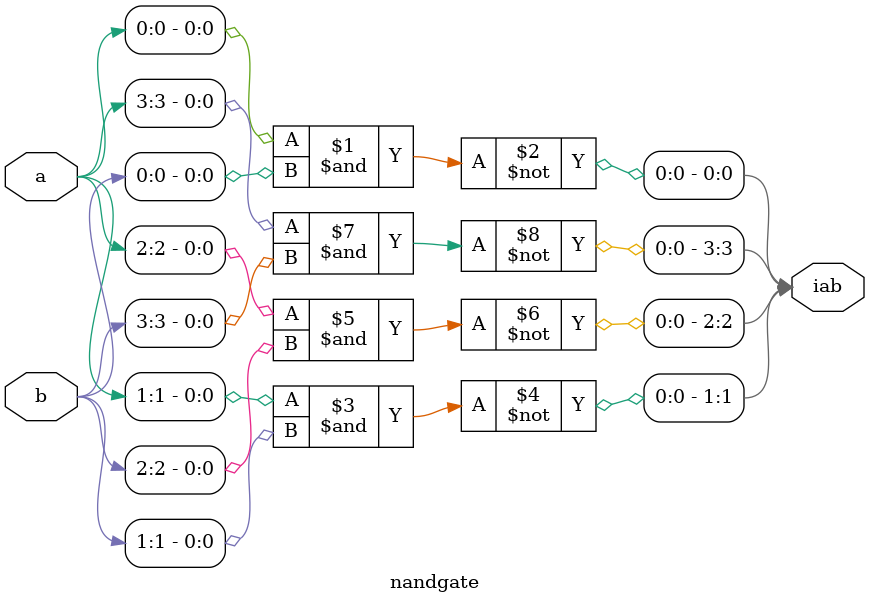
<source format=v>
`timescale 1ns / 1ps
module nandgate(a,b,iab);
input		[3:0]a;
input		[3:0]b;
output	[3:0]iab;

	nand	(iab[0],a[0],b[0]);
	nand	(iab[1],a[1],b[1]);
	nand	(iab[2],a[2],b[2]);
	nand	(iab[3],a[3],b[3]);

endmodule

</source>
